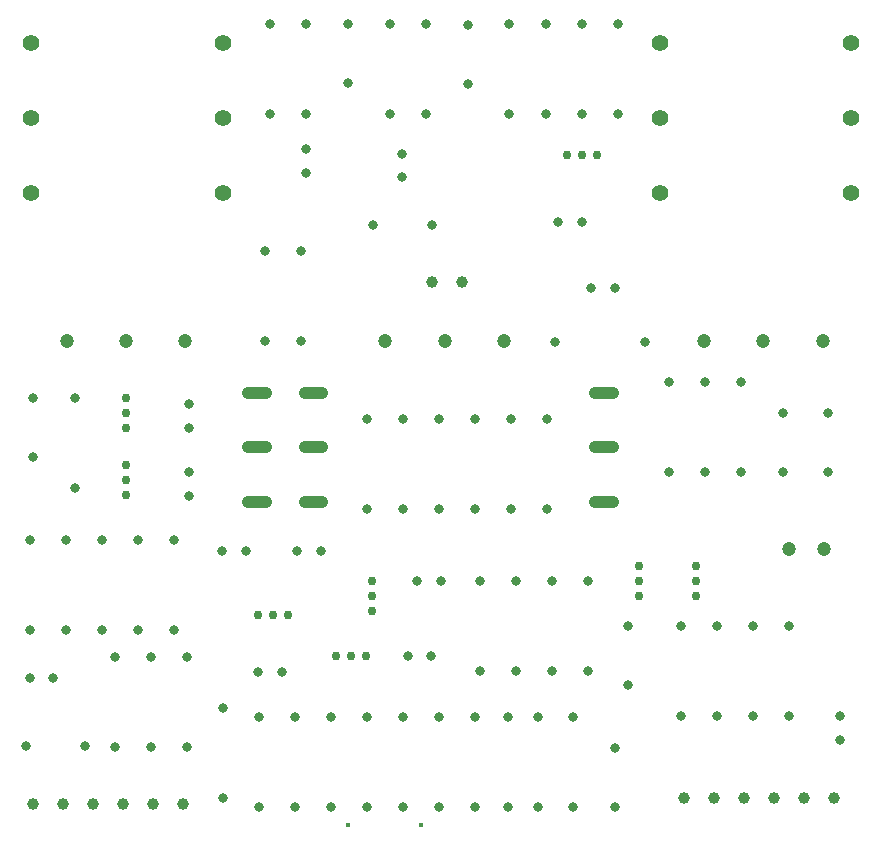
<source format=gbr>
%TF.GenerationSoftware,KiCad,Pcbnew,9.0.0*%
%TF.CreationDate,2025-04-03T10:44:26-03:00*%
%TF.ProjectId,FuzzWah,46757a7a-5761-4682-9e6b-696361645f70,rev?*%
%TF.SameCoordinates,Original*%
%TF.FileFunction,Plated,1,2,PTH,Mixed*%
%TF.FilePolarity,Positive*%
%FSLAX46Y46*%
G04 Gerber Fmt 4.6, Leading zero omitted, Abs format (unit mm)*
G04 Created by KiCad (PCBNEW 9.0.0) date 2025-04-03 10:44:26*
%MOMM*%
%LPD*%
G01*
G04 APERTURE LIST*
%TA.AperFunction,ViaDrill*%
%ADD10C,0.400000*%
%TD*%
%TA.AperFunction,ComponentDrill*%
%ADD11C,0.750000*%
%TD*%
%TA.AperFunction,ComponentDrill*%
%ADD12C,0.800000*%
%TD*%
%TA.AperFunction,ComponentDrill*%
%ADD13C,1.000000*%
%TD*%
G04 aperture for slot hole*
%TA.AperFunction,ComponentDrill*%
%ADD14C,1.000000*%
%TD*%
%TA.AperFunction,ComponentDrill*%
%ADD15C,1.200000*%
%TD*%
%TA.AperFunction,ComponentDrill*%
%ADD16C,1.400000*%
%TD*%
G04 APERTURE END LIST*
D10*
X66802000Y-112014000D03*
X73025000Y-112014000D03*
D11*
%TO.C,Q1*%
X48006000Y-81534000D03*
X48006000Y-82804000D03*
X48006000Y-84074000D03*
%TO.C,Q2*%
X48016000Y-75818000D03*
X48016000Y-77088000D03*
X48016000Y-78358000D03*
%TO.C,Q4*%
X59242888Y-94234000D03*
X60512888Y-94234000D03*
X61782888Y-94234000D03*
%TO.C,Q5*%
X65786000Y-97684000D03*
X67056000Y-97684000D03*
X68326000Y-97684000D03*
%TO.C,Q3*%
X68834000Y-91313000D03*
X68834000Y-92583000D03*
X68834000Y-93853000D03*
%TO.C,Q6*%
X85344000Y-55266000D03*
X86614000Y-55266000D03*
X87884000Y-55266000D03*
%TO.C,Q7*%
X91440000Y-90043000D03*
X91440000Y-91313000D03*
X91440000Y-92583000D03*
%TO.C,Q8*%
X96266000Y-90043000D03*
X96266000Y-91313000D03*
X96266000Y-92583000D03*
D12*
%TO.C,C5*%
X39537000Y-105283000D03*
%TO.C,R101*%
X39878000Y-87884000D03*
X39878000Y-95504000D03*
%TO.C,C1*%
X39878000Y-99568000D03*
%TO.C,C2*%
X40132000Y-75818000D03*
X40132000Y-80818000D03*
%TO.C,C1*%
X41878000Y-99568000D03*
%TO.C,R2*%
X42926000Y-87884000D03*
X42926000Y-95504000D03*
%TO.C,R1*%
X43688000Y-75818000D03*
X43688000Y-83438000D03*
%TO.C,C5*%
X44537000Y-105283000D03*
%TO.C,R3*%
X45974000Y-87884000D03*
X45974000Y-95504000D03*
%TO.C,R8*%
X47117000Y-97790000D03*
X47117000Y-105410000D03*
%TO.C,R4*%
X49022000Y-87884000D03*
X49022000Y-95504000D03*
%TO.C,R6*%
X50165000Y-97790000D03*
X50165000Y-105410000D03*
%TO.C,R5*%
X52070000Y-87884000D03*
X52070000Y-95504000D03*
%TO.C,R7*%
X53213000Y-97790000D03*
X53213000Y-105410000D03*
%TO.C,C3*%
X53340000Y-76358000D03*
X53340000Y-78358000D03*
%TO.C,C4*%
X53350000Y-82090001D03*
X53350000Y-84090001D03*
%TO.C,C9*%
X56194888Y-88773000D03*
%TO.C,R102*%
X56235600Y-102108000D03*
X56235600Y-109728000D03*
%TO.C,C9*%
X58194888Y-88773000D03*
%TO.C,C10*%
X59242888Y-99060000D03*
%TO.C,R20*%
X59309000Y-102870000D03*
X59309000Y-110490000D03*
%TO.C,R9*%
X59817000Y-63380000D03*
X59817000Y-71000000D03*
%TO.C,R25*%
X60198000Y-44196000D03*
X60198000Y-51816000D03*
%TO.C,C10*%
X61242888Y-99060000D03*
%TO.C,R19*%
X62357000Y-102870000D03*
X62357000Y-110490000D03*
%TO.C,C7*%
X62516000Y-88773000D03*
%TO.C,R104*%
X62865000Y-63380000D03*
X62865000Y-71000000D03*
%TO.C,R24*%
X63246000Y-44196000D03*
X63246000Y-51816000D03*
%TO.C,C11*%
X63296800Y-54733513D03*
X63296800Y-56733513D03*
%TO.C,C7*%
X64516000Y-88773000D03*
%TO.C,R11*%
X65405000Y-102870000D03*
X65405000Y-110490000D03*
%TO.C,C12*%
X66802000Y-44196000D03*
X66802000Y-49196000D03*
%TO.C,R12*%
X68453000Y-77597000D03*
X68453000Y-85217000D03*
%TO.C,R18*%
X68453000Y-102870000D03*
X68453000Y-110490000D03*
%TO.C,C8*%
X68909000Y-61214000D03*
%TO.C,R23*%
X70358000Y-44196000D03*
X70358000Y-51816000D03*
%TO.C,C22*%
X71374000Y-55150000D03*
X71374000Y-57150000D03*
%TO.C,R14*%
X71501000Y-77597000D03*
X71501000Y-85217000D03*
%TO.C,R17*%
X71501000Y-102870000D03*
X71501000Y-110490000D03*
%TO.C,C21*%
X71882000Y-97684000D03*
%TO.C,C6*%
X72676000Y-91313000D03*
%TO.C,R22*%
X73406000Y-44196000D03*
X73406000Y-51816000D03*
%TO.C,C21*%
X73882000Y-97684000D03*
%TO.C,C8*%
X73909000Y-61214000D03*
%TO.C,R13*%
X74549000Y-77597000D03*
X74549000Y-85217000D03*
%TO.C,R21*%
X74549000Y-102870000D03*
X74549000Y-110490000D03*
%TO.C,C6*%
X74676000Y-91313000D03*
%TO.C,C13*%
X76962000Y-44207000D03*
X76962000Y-49207000D03*
%TO.C,R15*%
X77597000Y-77597000D03*
X77597000Y-85217000D03*
%TO.C,R16*%
X77597000Y-102870000D03*
X77597000Y-110490000D03*
%TO.C,R105*%
X77978000Y-91313000D03*
X77978000Y-98933000D03*
%TO.C,D1*%
X80391000Y-102870000D03*
X80391000Y-110490000D03*
%TO.C,R28*%
X80440000Y-44196000D03*
X80440000Y-51816000D03*
%TO.C,R10*%
X80645000Y-77597000D03*
X80645000Y-85217000D03*
%TO.C,R32*%
X81026000Y-91313000D03*
X81026000Y-98933000D03*
%TO.C,D2*%
X82931000Y-102870000D03*
X82931000Y-110490000D03*
%TO.C,R26*%
X83566000Y-44196000D03*
X83566000Y-51816000D03*
%TO.C,R103*%
X83693000Y-77597000D03*
X83693000Y-85217000D03*
%TO.C,R35*%
X84074000Y-91313000D03*
X84074000Y-98933000D03*
%TO.C,R30*%
X84328000Y-71120000D03*
%TO.C,C14*%
X84614000Y-60960000D03*
%TO.C,R31*%
X85852000Y-102870000D03*
X85852000Y-110490000D03*
%TO.C,R27*%
X86614000Y-44196000D03*
X86614000Y-51816000D03*
%TO.C,C14*%
X86614000Y-60960000D03*
%TO.C,R33*%
X87122000Y-91313000D03*
X87122000Y-98933000D03*
%TO.C,C15*%
X87436888Y-66548000D03*
%TO.C,C16*%
X89408000Y-105490000D03*
X89408000Y-110490000D03*
%TO.C,C15*%
X89436888Y-66548000D03*
%TO.C,R29*%
X89662000Y-44196000D03*
X89662000Y-51816000D03*
%TO.C,C18*%
X90551000Y-95163000D03*
X90551000Y-100163000D03*
%TO.C,R30*%
X91948000Y-71120000D03*
%TO.C,R36*%
X93980000Y-74509000D03*
X93980000Y-82129000D03*
%TO.C,R37*%
X94996000Y-95123000D03*
X94996000Y-102743000D03*
%TO.C,R38*%
X97028000Y-74509000D03*
X97028000Y-82129000D03*
%TO.C,R40*%
X98044000Y-95123000D03*
X98044000Y-102743000D03*
%TO.C,R39*%
X100076000Y-74509000D03*
X100076000Y-82129000D03*
%TO.C,R34*%
X101092000Y-95123000D03*
X101092000Y-102743000D03*
%TO.C,C20*%
X103632000Y-77129000D03*
X103632000Y-82129000D03*
%TO.C,R41*%
X104140000Y-95123000D03*
X104140000Y-102743000D03*
%TO.C,C19*%
X107442000Y-77129000D03*
X107442000Y-82129000D03*
%TO.C,C17*%
X108458000Y-102743000D03*
X108458000Y-104743000D03*
D13*
%TO.C,J1*%
X40132000Y-110236000D03*
X42672000Y-110236000D03*
X45212000Y-110236000D03*
X47752000Y-110236000D03*
X50292000Y-110236000D03*
X52832000Y-110236000D03*
D14*
%TO.C,SW2*%
X58350000Y-75370000D02*
X59850000Y-75370000D01*
X58350000Y-80000000D02*
X59850000Y-80000000D01*
X58350000Y-84630000D02*
X59850000Y-84630000D01*
X63150000Y-75370000D02*
X64650000Y-75370000D01*
X63150000Y-80000000D02*
X64650000Y-80000000D01*
X63150000Y-84630000D02*
X64650000Y-84630000D01*
D13*
%TO.C,J5*%
X73914000Y-66040000D03*
X76454000Y-66040000D03*
D14*
%TO.C,SW1*%
X87750000Y-75370000D02*
X89250000Y-75370000D01*
X87750000Y-80000000D02*
X89250000Y-80000000D01*
X87750000Y-84630000D02*
X89250000Y-84630000D01*
D13*
%TO.C,J2*%
X95250000Y-109728000D03*
X97790000Y-109728000D03*
X100330000Y-109728000D03*
X102870000Y-109728000D03*
X105410000Y-109728000D03*
X107950000Y-109728000D03*
D15*
%TO.C,RV1*%
X43000000Y-71000000D03*
X48000000Y-71000000D03*
X53000000Y-71000000D03*
%TO.C,RV2*%
X70000000Y-71000000D03*
X75000000Y-71000000D03*
X80000000Y-71000000D03*
%TO.C,RV3*%
X97000000Y-71000000D03*
X102000000Y-71000000D03*
%TO.C,L1*%
X104140000Y-88646000D03*
%TO.C,RV3*%
X107000000Y-71000000D03*
%TO.C,L1*%
X107140000Y-88646000D03*
D16*
%TO.C,J3*%
X40000000Y-45750000D03*
X40000000Y-52100000D03*
X40000000Y-58450000D03*
X56230000Y-45750000D03*
X56230000Y-52100000D03*
X56230000Y-58450000D03*
%TO.C,J4*%
X93218000Y-45750000D03*
X93218000Y-52100000D03*
X93218000Y-58450000D03*
X109448000Y-45750000D03*
X109448000Y-52100000D03*
X109448000Y-58450000D03*
M02*

</source>
